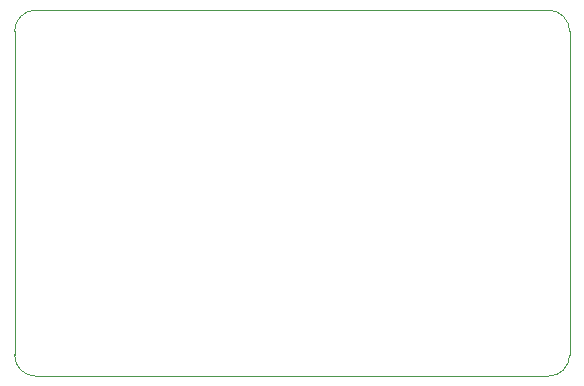
<source format=gbr>
%TF.GenerationSoftware,KiCad,Pcbnew,(6.0.0)*%
%TF.CreationDate,2022-04-14T08:35:50+02:00*%
%TF.ProjectId,W5500_Shield_Ethernet,57353530-305f-4536-9869-656c645f4574,rev?*%
%TF.SameCoordinates,Original*%
%TF.FileFunction,Profile,NP*%
%FSLAX46Y46*%
G04 Gerber Fmt 4.6, Leading zero omitted, Abs format (unit mm)*
G04 Created by KiCad (PCBNEW (6.0.0)) date 2022-04-14 08:35:50*
%MOMM*%
%LPD*%
G01*
G04 APERTURE LIST*
%TA.AperFunction,Profile*%
%ADD10C,0.100000*%
%TD*%
G04 APERTURE END LIST*
D10*
X128000000Y-52800000D02*
G75*
G03*
X126200000Y-51000000I-1800001J-1D01*
G01*
X82800000Y-51000000D02*
G75*
G03*
X81000000Y-52800000I1J-1800001D01*
G01*
X81000000Y-52800000D02*
X81000000Y-80200000D01*
X82800000Y-82000000D02*
X126200000Y-82000000D01*
X81000000Y-80200000D02*
G75*
G03*
X82800000Y-82000000I1800001J1D01*
G01*
X126200000Y-51000000D02*
X82800000Y-51000000D01*
X126200000Y-82000000D02*
G75*
G03*
X128000000Y-80200000I-1J1800001D01*
G01*
X128000000Y-80200000D02*
X128000000Y-52800000D01*
M02*

</source>
